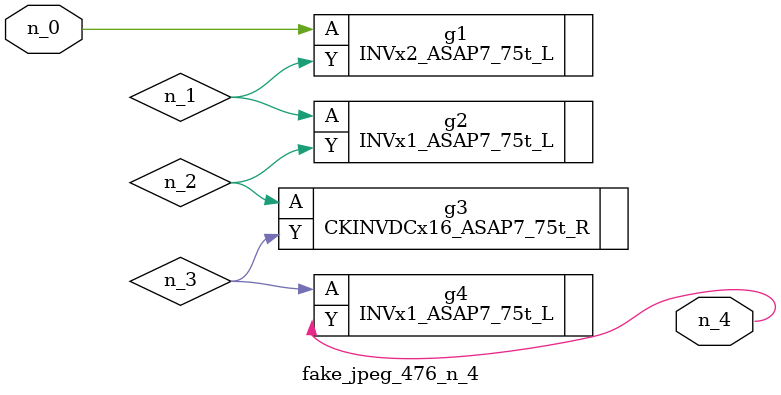
<source format=v>
module fake_jpeg_476_n_4 (n_0, n_4);

input n_0;

output n_4;

wire n_3;
wire n_2;
wire n_1;

INVx2_ASAP7_75t_L g1 ( 
.A(n_0),
.Y(n_1)
);

INVx1_ASAP7_75t_L g2 ( 
.A(n_1),
.Y(n_2)
);

CKINVDCx16_ASAP7_75t_R g3 ( 
.A(n_2),
.Y(n_3)
);

INVx1_ASAP7_75t_L g4 ( 
.A(n_3),
.Y(n_4)
);


endmodule
</source>
